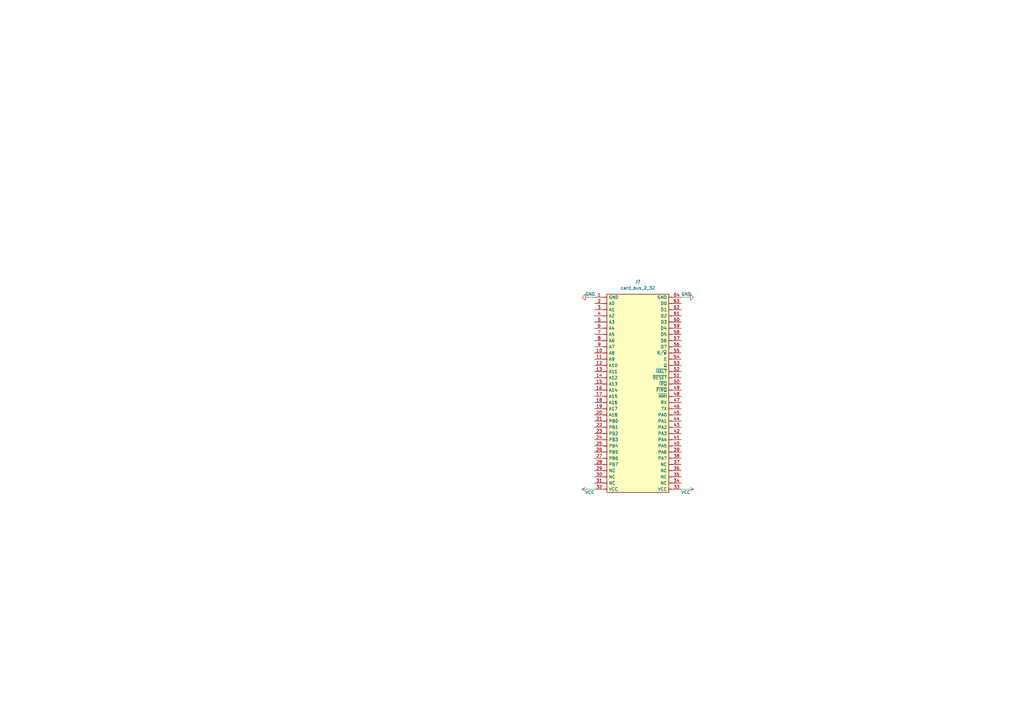
<source format=kicad_sch>
(kicad_sch (version 20211123) (generator eeschema)

  (uuid e5503ab0-a602-49e5-a708-7ddf37736707)

  (paper "A3")

  (lib_symbols
    (symbol "card_bus_2_32:card_bus_2_32" (pin_names (offset 2)) (in_bom yes) (on_board yes)
      (property "Reference" "J" (id 0) (at 1.27 40.64 0)
        (effects (font (size 1.27 1.27)))
      )
      (property "Value" "card_bus_2_32" (id 1) (at 20.32 -49.53 0)
        (effects (font (size 1.27 1.27)))
      )
      (property "Footprint" "card_bus_2_32:PinSocket_2x32_P2.54mm_Vertical" (id 2) (at 10.16 50.8 0)
        (effects (font (size 1.27 1.27)) hide)
      )
      (property "Datasheet" "~" (id 3) (at 0 0 0)
        (effects (font (size 1.27 1.27)) hide)
      )
      (property "ki_keywords" "connector" (id 4) (at 0 0 0)
        (effects (font (size 1.27 1.27)) hide)
      )
      (property "ki_description" "DIN41612 connector, double row (AB), 02x32, script generated (kicad-library-utils/schlib/autogen/connector/)" (id 5) (at 0 0 0)
        (effects (font (size 1.27 1.27)) hide)
      )
      (property "ki_fp_filters" "DIN41612*2x*" (id 6) (at 0 0 0)
        (effects (font (size 1.27 1.27)) hide)
      )
      (symbol "card_bus_2_32_1_1"
        (rectangle (start -1.27 -40.513) (end 0 -40.767)
          (stroke (width 0.1524) (type default) (color 0 0 0 0))
          (fill (type none))
        )
        (rectangle (start -1.27 -37.973) (end 0 -38.227)
          (stroke (width 0.1524) (type default) (color 0 0 0 0))
          (fill (type none))
        )
        (rectangle (start -1.27 -35.433) (end 0 -35.687)
          (stroke (width 0.1524) (type default) (color 0 0 0 0))
          (fill (type none))
        )
        (rectangle (start -1.27 -32.893) (end 0 -33.147)
          (stroke (width 0.1524) (type default) (color 0 0 0 0))
          (fill (type none))
        )
        (rectangle (start -1.27 -30.353) (end 0 -30.607)
          (stroke (width 0.1524) (type default) (color 0 0 0 0))
          (fill (type none))
        )
        (rectangle (start -1.27 -27.813) (end 0 -28.067)
          (stroke (width 0.1524) (type default) (color 0 0 0 0))
          (fill (type none))
        )
        (rectangle (start -1.27 -25.273) (end 0 -25.527)
          (stroke (width 0.1524) (type default) (color 0 0 0 0))
          (fill (type none))
        )
        (rectangle (start -1.27 -22.733) (end 0 -22.987)
          (stroke (width 0.1524) (type default) (color 0 0 0 0))
          (fill (type none))
        )
        (rectangle (start -1.27 -20.193) (end 0 -20.447)
          (stroke (width 0.1524) (type default) (color 0 0 0 0))
          (fill (type none))
        )
        (rectangle (start -1.27 -17.653) (end 0 -17.907)
          (stroke (width 0.1524) (type default) (color 0 0 0 0))
          (fill (type none))
        )
        (rectangle (start -1.27 -15.113) (end 0 -15.367)
          (stroke (width 0.1524) (type default) (color 0 0 0 0))
          (fill (type none))
        )
        (rectangle (start -1.27 -12.573) (end 0 -12.827)
          (stroke (width 0.1524) (type default) (color 0 0 0 0))
          (fill (type none))
        )
        (rectangle (start -1.27 -10.033) (end 0 -10.287)
          (stroke (width 0.1524) (type default) (color 0 0 0 0))
          (fill (type none))
        )
        (rectangle (start -1.27 -7.493) (end 0 -7.747)
          (stroke (width 0.1524) (type default) (color 0 0 0 0))
          (fill (type none))
        )
        (rectangle (start -1.27 -4.953) (end 0 -5.207)
          (stroke (width 0.1524) (type default) (color 0 0 0 0))
          (fill (type none))
        )
        (rectangle (start -1.27 -2.413) (end 0 -2.667)
          (stroke (width 0.1524) (type default) (color 0 0 0 0))
          (fill (type none))
        )
        (rectangle (start -1.27 0.127) (end 0 -0.127)
          (stroke (width 0.1524) (type default) (color 0 0 0 0))
          (fill (type none))
        )
        (rectangle (start -1.27 2.667) (end 0 2.413)
          (stroke (width 0.1524) (type default) (color 0 0 0 0))
          (fill (type none))
        )
        (rectangle (start -1.27 5.207) (end 0 4.953)
          (stroke (width 0.1524) (type default) (color 0 0 0 0))
          (fill (type none))
        )
        (rectangle (start -1.27 7.747) (end 0 7.493)
          (stroke (width 0.1524) (type default) (color 0 0 0 0))
          (fill (type none))
        )
        (rectangle (start -1.27 10.287) (end 0 10.033)
          (stroke (width 0.1524) (type default) (color 0 0 0 0))
          (fill (type none))
        )
        (rectangle (start -1.27 12.827) (end 0 12.573)
          (stroke (width 0.1524) (type default) (color 0 0 0 0))
          (fill (type none))
        )
        (rectangle (start -1.27 15.367) (end 0 15.113)
          (stroke (width 0.1524) (type default) (color 0 0 0 0))
          (fill (type none))
        )
        (rectangle (start -1.27 17.907) (end 0 17.653)
          (stroke (width 0.1524) (type default) (color 0 0 0 0))
          (fill (type none))
        )
        (rectangle (start -1.27 20.447) (end 0 20.193)
          (stroke (width 0.1524) (type default) (color 0 0 0 0))
          (fill (type none))
        )
        (rectangle (start -1.27 22.987) (end 0 22.733)
          (stroke (width 0.1524) (type default) (color 0 0 0 0))
          (fill (type none))
        )
        (rectangle (start -1.27 25.527) (end 0 25.273)
          (stroke (width 0.1524) (type default) (color 0 0 0 0))
          (fill (type none))
        )
        (rectangle (start -1.27 28.067) (end 0 27.813)
          (stroke (width 0.1524) (type default) (color 0 0 0 0))
          (fill (type none))
        )
        (rectangle (start -1.27 30.607) (end 0 30.353)
          (stroke (width 0.1524) (type default) (color 0 0 0 0))
          (fill (type none))
        )
        (rectangle (start -1.27 33.147) (end 0 32.893)
          (stroke (width 0.1524) (type default) (color 0 0 0 0))
          (fill (type none))
        )
        (rectangle (start -1.27 35.687) (end 0 35.433)
          (stroke (width 0.1524) (type default) (color 0 0 0 0))
          (fill (type none))
        )
        (rectangle (start -1.27 38.227) (end 0 37.973)
          (stroke (width 0.1524) (type default) (color 0 0 0 0))
          (fill (type none))
        )
        (rectangle (start 0 39.37) (end 25.4 -41.91)
          (stroke (width 0.254) (type default) (color 0 0 0 0))
          (fill (type background))
        )
        (rectangle (start 25.4 -40.513) (end 26.67 -40.767)
          (stroke (width 0.1524) (type default) (color 0 0 0 0))
          (fill (type none))
        )
        (rectangle (start 25.4 -37.973) (end 26.67 -38.227)
          (stroke (width 0.1524) (type default) (color 0 0 0 0))
          (fill (type none))
        )
        (rectangle (start 25.4 -35.433) (end 26.67 -35.687)
          (stroke (width 0.1524) (type default) (color 0 0 0 0))
          (fill (type none))
        )
        (rectangle (start 25.4 -32.893) (end 26.67 -33.147)
          (stroke (width 0.1524) (type default) (color 0 0 0 0))
          (fill (type none))
        )
        (rectangle (start 25.4 -30.353) (end 26.67 -30.607)
          (stroke (width 0.1524) (type default) (color 0 0 0 0))
          (fill (type none))
        )
        (rectangle (start 25.4 -27.813) (end 26.67 -28.067)
          (stroke (width 0.1524) (type default) (color 0 0 0 0))
          (fill (type none))
        )
        (rectangle (start 25.4 -25.273) (end 26.67 -25.527)
          (stroke (width 0.1524) (type default) (color 0 0 0 0))
          (fill (type none))
        )
        (rectangle (start 25.4 -22.733) (end 26.67 -22.987)
          (stroke (width 0.1524) (type default) (color 0 0 0 0))
          (fill (type none))
        )
        (rectangle (start 25.4 -20.193) (end 26.67 -20.447)
          (stroke (width 0.1524) (type default) (color 0 0 0 0))
          (fill (type none))
        )
        (rectangle (start 25.4 -17.653) (end 26.67 -17.907)
          (stroke (width 0.1524) (type default) (color 0 0 0 0))
          (fill (type none))
        )
        (rectangle (start 25.4 -15.113) (end 26.67 -15.367)
          (stroke (width 0.1524) (type default) (color 0 0 0 0))
          (fill (type none))
        )
        (rectangle (start 25.4 -12.573) (end 26.67 -12.827)
          (stroke (width 0.1524) (type default) (color 0 0 0 0))
          (fill (type none))
        )
        (rectangle (start 25.4 -10.033) (end 26.67 -10.287)
          (stroke (width 0.1524) (type default) (color 0 0 0 0))
          (fill (type none))
        )
        (rectangle (start 25.4 -7.493) (end 26.67 -7.747)
          (stroke (width 0.1524) (type default) (color 0 0 0 0))
          (fill (type none))
        )
        (rectangle (start 25.4 -4.953) (end 26.67 -5.207)
          (stroke (width 0.1524) (type default) (color 0 0 0 0))
          (fill (type none))
        )
        (rectangle (start 25.4 -2.413) (end 26.67 -2.667)
          (stroke (width 0.1524) (type default) (color 0 0 0 0))
          (fill (type none))
        )
        (rectangle (start 25.4 0.127) (end 26.67 -0.127)
          (stroke (width 0.1524) (type default) (color 0 0 0 0))
          (fill (type none))
        )
        (rectangle (start 25.4 2.667) (end 26.67 2.413)
          (stroke (width 0.1524) (type default) (color 0 0 0 0))
          (fill (type none))
        )
        (rectangle (start 25.4 5.207) (end 26.67 4.953)
          (stroke (width 0.1524) (type default) (color 0 0 0 0))
          (fill (type none))
        )
        (rectangle (start 25.4 7.747) (end 26.67 7.493)
          (stroke (width 0.1524) (type default) (color 0 0 0 0))
          (fill (type none))
        )
        (rectangle (start 25.4 10.287) (end 26.67 10.033)
          (stroke (width 0.1524) (type default) (color 0 0 0 0))
          (fill (type none))
        )
        (rectangle (start 25.4 12.827) (end 26.67 12.573)
          (stroke (width 0.1524) (type default) (color 0 0 0 0))
          (fill (type none))
        )
        (rectangle (start 25.4 15.367) (end 26.67 15.113)
          (stroke (width 0.1524) (type default) (color 0 0 0 0))
          (fill (type none))
        )
        (rectangle (start 25.4 17.907) (end 26.67 17.653)
          (stroke (width 0.1524) (type default) (color 0 0 0 0))
          (fill (type none))
        )
        (rectangle (start 25.4 20.447) (end 26.67 20.193)
          (stroke (width 0.1524) (type default) (color 0 0 0 0))
          (fill (type none))
        )
        (rectangle (start 25.4 22.987) (end 26.67 22.733)
          (stroke (width 0.1524) (type default) (color 0 0 0 0))
          (fill (type none))
        )
        (rectangle (start 25.4 25.527) (end 26.67 25.273)
          (stroke (width 0.1524) (type default) (color 0 0 0 0))
          (fill (type none))
        )
        (rectangle (start 25.4 28.067) (end 26.67 27.813)
          (stroke (width 0.1524) (type default) (color 0 0 0 0))
          (fill (type none))
        )
        (rectangle (start 25.4 30.607) (end 26.67 30.353)
          (stroke (width 0.1524) (type default) (color 0 0 0 0))
          (fill (type none))
        )
        (rectangle (start 25.4 33.147) (end 26.67 32.893)
          (stroke (width 0.1524) (type default) (color 0 0 0 0))
          (fill (type none))
        )
        (rectangle (start 25.4 35.687) (end 26.67 35.433)
          (stroke (width 0.1524) (type default) (color 0 0 0 0))
          (fill (type none))
        )
        (rectangle (start 25.4 38.227) (end 26.67 37.973)
          (stroke (width 0.1524) (type default) (color 0 0 0 0))
          (fill (type none))
        )
        (pin power_in line (at -5.08 38.1 0) (length 3.81)
          (name "GND" (effects (font (size 1.27 1.27))))
          (number "1" (effects (font (size 1.27 1.27))))
        )
        (pin output line (at -5.08 15.24 0) (length 3.81)
          (name "A8" (effects (font (size 1.27 1.27))))
          (number "10" (effects (font (size 1.27 1.27))))
        )
        (pin output line (at -5.08 12.7 0) (length 3.81)
          (name "A9" (effects (font (size 1.27 1.27))))
          (number "11" (effects (font (size 1.27 1.27))))
        )
        (pin output line (at -5.08 10.16 0) (length 3.81)
          (name "A10" (effects (font (size 1.27 1.27))))
          (number "12" (effects (font (size 1.27 1.27))))
        )
        (pin output line (at -5.08 7.62 0) (length 3.81)
          (name "A11" (effects (font (size 1.27 1.27))))
          (number "13" (effects (font (size 1.27 1.27))))
        )
        (pin output line (at -5.08 5.08 0) (length 3.81)
          (name "A12" (effects (font (size 1.27 1.27))))
          (number "14" (effects (font (size 1.27 1.27))))
        )
        (pin output line (at -5.08 2.54 0) (length 3.81)
          (name "A13" (effects (font (size 1.27 1.27))))
          (number "15" (effects (font (size 1.27 1.27))))
        )
        (pin output line (at -5.08 0 0) (length 3.81)
          (name "A14" (effects (font (size 1.27 1.27))))
          (number "16" (effects (font (size 1.27 1.27))))
        )
        (pin output line (at -5.08 -2.54 0) (length 3.81)
          (name "A15" (effects (font (size 1.27 1.27))))
          (number "17" (effects (font (size 1.27 1.27))))
        )
        (pin output line (at -5.08 -5.08 0) (length 3.81)
          (name "A16" (effects (font (size 1.27 1.27))))
          (number "18" (effects (font (size 1.27 1.27))))
        )
        (pin output line (at -5.08 -7.62 0) (length 3.81)
          (name "A17" (effects (font (size 1.27 1.27))))
          (number "19" (effects (font (size 1.27 1.27))))
        )
        (pin output line (at -5.08 35.56 0) (length 3.81)
          (name "A0" (effects (font (size 1.27 1.27))))
          (number "2" (effects (font (size 1.27 1.27))))
        )
        (pin output line (at -5.08 -10.16 0) (length 3.81)
          (name "A18" (effects (font (size 1.27 1.27))))
          (number "20" (effects (font (size 1.27 1.27))))
        )
        (pin bidirectional line (at -5.08 -12.7 0) (length 3.81)
          (name "PB0" (effects (font (size 1.27 1.27))))
          (number "21" (effects (font (size 1.27 1.27))))
        )
        (pin bidirectional line (at -5.08 -15.24 0) (length 3.81)
          (name "PB1" (effects (font (size 1.27 1.27))))
          (number "22" (effects (font (size 1.27 1.27))))
        )
        (pin bidirectional line (at -5.08 -17.78 0) (length 3.81)
          (name "PB2" (effects (font (size 1.27 1.27))))
          (number "23" (effects (font (size 1.27 1.27))))
        )
        (pin bidirectional line (at -5.08 -20.32 0) (length 3.81)
          (name "PB3" (effects (font (size 1.27 1.27))))
          (number "24" (effects (font (size 1.27 1.27))))
        )
        (pin bidirectional line (at -5.08 -22.86 0) (length 3.81)
          (name "PB4" (effects (font (size 1.27 1.27))))
          (number "25" (effects (font (size 1.27 1.27))))
        )
        (pin bidirectional line (at -5.08 -25.4 0) (length 3.81)
          (name "PB5" (effects (font (size 1.27 1.27))))
          (number "26" (effects (font (size 1.27 1.27))))
        )
        (pin bidirectional line (at -5.08 -27.94 0) (length 3.81)
          (name "PB6" (effects (font (size 1.27 1.27))))
          (number "27" (effects (font (size 1.27 1.27))))
        )
        (pin bidirectional line (at -5.08 -30.48 0) (length 3.81)
          (name "PB7" (effects (font (size 1.27 1.27))))
          (number "28" (effects (font (size 1.27 1.27))))
        )
        (pin unspecified line (at -5.08 -33.02 0) (length 3.81)
          (name "NC" (effects (font (size 1.27 1.27))))
          (number "29" (effects (font (size 1.27 1.27))))
        )
        (pin output line (at -5.08 33.02 0) (length 3.81)
          (name "A1" (effects (font (size 1.27 1.27))))
          (number "3" (effects (font (size 1.27 1.27))))
        )
        (pin unspecified line (at -5.08 -35.56 0) (length 3.81)
          (name "NC" (effects (font (size 1.27 1.27))))
          (number "30" (effects (font (size 1.27 1.27))))
        )
        (pin unspecified line (at -5.08 -38.1 0) (length 3.81)
          (name "NC" (effects (font (size 1.27 1.27))))
          (number "31" (effects (font (size 1.27 1.27))))
        )
        (pin power_in line (at -5.08 -40.64 0) (length 3.81)
          (name "VCC" (effects (font (size 1.27 1.27))))
          (number "32" (effects (font (size 1.27 1.27))))
        )
        (pin power_in line (at 30.48 -40.64 180) (length 3.81)
          (name "VCC" (effects (font (size 1.27 1.27))))
          (number "33" (effects (font (size 1.27 1.27))))
        )
        (pin unspecified line (at 30.48 -38.1 180) (length 3.81)
          (name "NC" (effects (font (size 1.27 1.27))))
          (number "34" (effects (font (size 1.27 1.27))))
        )
        (pin unspecified line (at 30.48 -35.56 180) (length 3.81)
          (name "NC" (effects (font (size 1.27 1.27))))
          (number "35" (effects (font (size 1.27 1.27))))
        )
        (pin unspecified line (at 30.48 -33.02 180) (length 3.81)
          (name "NC" (effects (font (size 1.27 1.27))))
          (number "36" (effects (font (size 1.27 1.27))))
        )
        (pin unspecified line (at 30.48 -30.48 180) (length 3.81)
          (name "NC" (effects (font (size 1.27 1.27))))
          (number "37" (effects (font (size 1.27 1.27))))
        )
        (pin bidirectional line (at 30.48 -27.94 180) (length 3.81)
          (name "PA7" (effects (font (size 1.27 1.27))))
          (number "38" (effects (font (size 1.27 1.27))))
        )
        (pin bidirectional line (at 30.48 -25.4 180) (length 3.81)
          (name "PA6" (effects (font (size 1.27 1.27))))
          (number "39" (effects (font (size 1.27 1.27))))
        )
        (pin output line (at -5.08 30.48 0) (length 3.81)
          (name "A2" (effects (font (size 1.27 1.27))))
          (number "4" (effects (font (size 1.27 1.27))))
        )
        (pin bidirectional line (at 30.48 -22.86 180) (length 3.81)
          (name "PA5" (effects (font (size 1.27 1.27))))
          (number "40" (effects (font (size 1.27 1.27))))
        )
        (pin bidirectional line (at 30.48 -20.32 180) (length 3.81)
          (name "PA4" (effects (font (size 1.27 1.27))))
          (number "41" (effects (font (size 1.27 1.27))))
        )
        (pin bidirectional line (at 30.48 -17.78 180) (length 3.81)
          (name "PA3" (effects (font (size 1.27 1.27))))
          (number "42" (effects (font (size 1.27 1.27))))
        )
        (pin bidirectional line (at 30.48 -15.24 180) (length 3.81)
          (name "PA2" (effects (font (size 1.27 1.27))))
          (number "43" (effects (font (size 1.27 1.27))))
        )
        (pin bidirectional line (at 30.48 -12.7 180) (length 3.81)
          (name "PA1" (effects (font (size 1.27 1.27))))
          (number "44" (effects (font (size 1.27 1.27))))
        )
        (pin bidirectional line (at 30.48 -10.16 180) (length 3.81)
          (name "PA0" (effects (font (size 1.27 1.27))))
          (number "45" (effects (font (size 1.27 1.27))))
        )
        (pin output line (at 30.48 -7.62 180) (length 3.81)
          (name "TX" (effects (font (size 1.27 1.27))))
          (number "46" (effects (font (size 1.27 1.27))))
        )
        (pin input line (at 30.48 -5.08 180) (length 3.81)
          (name "RX" (effects (font (size 1.27 1.27))))
          (number "47" (effects (font (size 1.27 1.27))))
        )
        (pin input line (at 30.48 -2.54 180) (length 3.81)
          (name "~{NMI}" (effects (font (size 1.27 1.27))))
          (number "48" (effects (font (size 1.27 1.27))))
        )
        (pin input line (at 30.48 0 180) (length 3.81)
          (name "~{FIRQ}" (effects (font (size 1.27 1.27))))
          (number "49" (effects (font (size 1.27 1.27))))
        )
        (pin output line (at -5.08 27.94 0) (length 3.81)
          (name "A3" (effects (font (size 1.27 1.27))))
          (number "5" (effects (font (size 1.27 1.27))))
        )
        (pin input line (at 30.48 2.54 180) (length 3.81)
          (name "~{IRQ}" (effects (font (size 1.27 1.27))))
          (number "50" (effects (font (size 1.27 1.27))))
        )
        (pin input line (at 30.48 5.08 180) (length 3.81)
          (name "~{RESET}" (effects (font (size 1.27 1.27))))
          (number "51" (effects (font (size 1.27 1.27))))
        )
        (pin input line (at 30.48 7.62 180) (length 3.81)
          (name "~{HALT}" (effects (font (size 1.27 1.27))))
          (number "52" (effects (font (size 1.27 1.27))))
        )
        (pin input line (at 30.48 10.16 180) (length 3.81)
          (name "Q" (effects (font (size 1.27 1.27))))
          (number "53" (effects (font (size 1.27 1.27))))
        )
        (pin input line (at 30.48 12.7 180) (length 3.81)
          (name "E" (effects (font (size 1.27 1.27))))
          (number "54" (effects (font (size 1.27 1.27))))
        )
        (pin output line (at 30.48 15.24 180) (length 3.81)
          (name "R/~{W}" (effects (font (size 1.27 1.27))))
          (number "55" (effects (font (size 1.27 1.27))))
        )
        (pin bidirectional line (at 30.48 17.78 180) (length 3.81)
          (name "D7" (effects (font (size 1.27 1.27))))
          (number "56" (effects (font (size 1.27 1.27))))
        )
        (pin bidirectional line (at 30.48 20.32 180) (length 3.81)
          (name "D6" (effects (font (size 1.27 1.27))))
          (number "57" (effects (font (size 1.27 1.27))))
        )
        (pin bidirectional line (at 30.48 22.86 180) (length 3.81)
          (name "D5" (effects (font (size 1.27 1.27))))
          (number "58" (effects (font (size 1.27 1.27))))
        )
        (pin bidirectional line (at 30.48 25.4 180) (length 3.81)
          (name "D4" (effects (font (size 1.27 1.27))))
          (number "59" (effects (font (size 1.27 1.27))))
        )
        (pin output line (at -5.08 25.4 0) (length 3.81)
          (name "A4" (effects (font (size 1.27 1.27))))
          (number "6" (effects (font (size 1.27 1.27))))
        )
        (pin bidirectional line (at 30.48 27.94 180) (length 3.81)
          (name "D3" (effects (font (size 1.27 1.27))))
          (number "60" (effects (font (size 1.27 1.27))))
        )
        (pin bidirectional line (at 30.48 30.48 180) (length 3.81)
          (name "D2" (effects (font (size 1.27 1.27))))
          (number "61" (effects (font (size 1.27 1.27))))
        )
        (pin bidirectional line (at 30.48 33.02 180) (length 3.81)
          (name "D1" (effects (font (size 1.27 1.27))))
          (number "62" (effects (font (size 1.27 1.27))))
        )
        (pin bidirectional line (at 30.48 35.56 180) (length 3.81)
          (name "D0" (effects (font (size 1.27 1.27))))
          (number "63" (effects (font (size 1.27 1.27))))
        )
        (pin power_in line (at 30.48 38.1 180) (length 3.81)
          (name "GND" (effects (font (size 1.27 1.27))))
          (number "64" (effects (font (size 1.27 1.27))))
        )
        (pin output line (at -5.08 22.86 0) (length 3.81)
          (name "A5" (effects (font (size 1.27 1.27))))
          (number "7" (effects (font (size 1.27 1.27))))
        )
        (pin output line (at -5.08 20.32 0) (length 3.81)
          (name "A6" (effects (font (size 1.27 1.27))))
          (number "8" (effects (font (size 1.27 1.27))))
        )
        (pin output line (at -5.08 17.78 0) (length 3.81)
          (name "A7" (effects (font (size 1.27 1.27))))
          (number "9" (effects (font (size 1.27 1.27))))
        )
      )
    )
    (symbol "power:GND" (power) (pin_names (offset 0)) (in_bom yes) (on_board yes)
      (property "Reference" "#PWR" (id 0) (at 0 -6.35 0)
        (effects (font (size 1.27 1.27)) hide)
      )
      (property "Value" "GND" (id 1) (at 0 -3.81 0)
        (effects (font (size 1.27 1.27)))
      )
      (property "Footprint" "" (id 2) (at 0 0 0)
        (effects (font (size 1.27 1.27)) hide)
      )
      (property "Datasheet" "" (id 3) (at 0 0 0)
        (effects (font (size 1.27 1.27)) hide)
      )
      (property "ki_keywords" "power-flag" (id 4) (at 0 0 0)
        (effects (font (size 1.27 1.27)) hide)
      )
      (property "ki_description" "Power symbol creates a global label with name \"GND\" , ground" (id 5) (at 0 0 0)
        (effects (font (size 1.27 1.27)) hide)
      )
      (symbol "GND_0_1"
        (polyline
          (pts
            (xy 0 0)
            (xy 0 -1.27)
            (xy 1.27 -1.27)
            (xy 0 -2.54)
            (xy -1.27 -1.27)
            (xy 0 -1.27)
          )
          (stroke (width 0) (type default) (color 0 0 0 0))
          (fill (type none))
        )
      )
      (symbol "GND_1_1"
        (pin power_in line (at 0 0 270) (length 0) hide
          (name "GND" (effects (font (size 1.27 1.27))))
          (number "1" (effects (font (size 1.27 1.27))))
        )
      )
    )
    (symbol "power:VCC" (power) (pin_names (offset 0)) (in_bom yes) (on_board yes)
      (property "Reference" "#PWR" (id 0) (at 0 -3.81 0)
        (effects (font (size 1.27 1.27)) hide)
      )
      (property "Value" "VCC" (id 1) (at 0 3.81 0)
        (effects (font (size 1.27 1.27)))
      )
      (property "Footprint" "" (id 2) (at 0 0 0)
        (effects (font (size 1.27 1.27)) hide)
      )
      (property "Datasheet" "" (id 3) (at 0 0 0)
        (effects (font (size 1.27 1.27)) hide)
      )
      (property "ki_keywords" "power-flag" (id 4) (at 0 0 0)
        (effects (font (size 1.27 1.27)) hide)
      )
      (property "ki_description" "Power symbol creates a global label with name \"VCC\"" (id 5) (at 0 0 0)
        (effects (font (size 1.27 1.27)) hide)
      )
      (symbol "VCC_0_1"
        (polyline
          (pts
            (xy -0.762 1.27)
            (xy 0 2.54)
          )
          (stroke (width 0) (type default) (color 0 0 0 0))
          (fill (type none))
        )
        (polyline
          (pts
            (xy 0 0)
            (xy 0 2.54)
          )
          (stroke (width 0) (type default) (color 0 0 0 0))
          (fill (type none))
        )
        (polyline
          (pts
            (xy 0 2.54)
            (xy 0.762 1.27)
          )
          (stroke (width 0) (type default) (color 0 0 0 0))
          (fill (type none))
        )
      )
      (symbol "VCC_1_1"
        (pin power_in line (at 0 0 90) (length 0) hide
          (name "VCC" (effects (font (size 1.27 1.27))))
          (number "1" (effects (font (size 1.27 1.27))))
        )
      )
    )
  )


  (wire (pts (xy 241.3 200.66) (xy 243.84 200.66))
    (stroke (width 0) (type default) (color 0 0 0 0))
    (uuid 51f19d3c-61cd-4e20-9698-ad50f2dc5493)
  )
  (wire (pts (xy 279.4 200.66) (xy 281.94 200.66))
    (stroke (width 0) (type default) (color 0 0 0 0))
    (uuid 543b5138-82ef-4afa-a75c-7ce5cbca16ee)
  )
  (wire (pts (xy 279.4 121.92) (xy 281.94 121.92))
    (stroke (width 0) (type default) (color 0 0 0 0))
    (uuid 56ed4ce2-61c5-4d7a-98b0-d3f94d80f98b)
  )
  (wire (pts (xy 241.3 121.92) (xy 243.84 121.92))
    (stroke (width 0) (type default) (color 0 0 0 0))
    (uuid 67f674aa-d797-4c45-adf3-fbeddc859b5d)
  )

  (symbol (lib_id "card_bus_2_32:card_bus_2_32") (at 248.92 160.02 0) (unit 1)
    (in_bom yes) (on_board yes) (fields_autoplaced)
    (uuid 4ffd1601-d794-426b-8ae9-b7e96989c8d3)
    (property "Reference" "J?" (id 0) (at 261.62 115.57 0))
    (property "Value" "card_bus_2_32" (id 1) (at 261.62 118.11 0))
    (property "Footprint" "card_bus_2_32:PinSocket_2x32_P2.54mm_Vertical" (id 2) (at 259.08 109.22 0)
      (effects (font (size 1.27 1.27)) hide)
    )
    (property "Datasheet" "~" (id 3) (at 248.92 160.02 0)
      (effects (font (size 1.27 1.27)) hide)
    )
    (pin "1" (uuid 708209f5-56e9-4701-ab44-954708892acd))
    (pin "10" (uuid 3b813f9a-7609-4eec-a78b-e84d282cbf7b))
    (pin "11" (uuid 6fce0f68-c589-48f3-9932-67bd5acf5788))
    (pin "12" (uuid 196e3aa6-ac01-429c-8176-a9c0a712e56a))
    (pin "13" (uuid 3a257c2d-720d-4ceb-9fe8-6f0d8a7312b7))
    (pin "14" (uuid 5397691c-1cc8-4dd7-8583-09ad97ac3a9b))
    (pin "15" (uuid 1ee3736e-d8e4-4531-bd9f-99da557809c1))
    (pin "16" (uuid 6bc219cf-8111-432a-9125-9911cb698269))
    (pin "17" (uuid 71f4263d-0137-4b51-8f78-732e3947d0b1))
    (pin "18" (uuid d913f2bb-ee54-48a3-ad5c-9d98fb1fce04))
    (pin "19" (uuid 08aa542a-1c29-4b96-ae34-da9cdba16437))
    (pin "2" (uuid 0dddbb50-d8bb-4235-be0d-3c2124eb486c))
    (pin "20" (uuid 25f7ee22-4978-4ff1-9719-9ef9b09da804))
    (pin "21" (uuid 202c562f-1430-45ee-91fd-368c1dd4acdd))
    (pin "22" (uuid 252bab62-4e50-4736-9183-720df55fddf1))
    (pin "23" (uuid 24b03aed-5752-417c-89f1-6b09898dd4e6))
    (pin "24" (uuid 4b558559-02b8-470b-af06-ac398a588335))
    (pin "25" (uuid bdeaf9dd-9c85-4bf4-bb85-4ef398aa7bba))
    (pin "26" (uuid 5f4676a1-817c-4f65-add1-576f4b35bdbf))
    (pin "27" (uuid 9e147d24-70c4-4e59-9cf9-60cf2cfe54a0))
    (pin "28" (uuid 4909fb83-ac0a-46d8-8773-0a9353d9d752))
    (pin "29" (uuid d2f02d02-62f7-4dc8-8f7f-938c195ff74a))
    (pin "3" (uuid a6b38ac5-9573-4be2-b16c-8bd36574d2a9))
    (pin "30" (uuid fea64929-7888-4ff2-b46d-37a62b3ca322))
    (pin "31" (uuid efecf6b0-915e-45a2-8c5e-44dad1058507))
    (pin "32" (uuid bd63ac3e-a4f3-4dce-a184-4acad0c3b32f))
    (pin "33" (uuid 1699fe75-2c61-43dc-87f0-0764b1521c11))
    (pin "34" (uuid 9919a013-4df2-4f23-85aa-46ab54f04a5f))
    (pin "35" (uuid 14f98f7f-912f-423c-b914-147372d69ded))
    (pin "36" (uuid f43c7ef6-e6a7-4f17-8d6d-58a6bccb7b4b))
    (pin "37" (uuid d3759824-20c2-4d53-a0e9-370fe01aa02c))
    (pin "38" (uuid 2474f9ce-5a0f-4912-9d94-93a2b1fc72a4))
    (pin "39" (uuid 292fc827-5307-4e5f-88ce-6652995c1a1a))
    (pin "4" (uuid 5b8d773d-8946-4e12-961c-aa5c3d6ff3d6))
    (pin "40" (uuid f3c57286-017b-430b-8cce-e3857a56137e))
    (pin "41" (uuid 46bc7dc8-1147-456c-beb5-7e20cf09e4a3))
    (pin "42" (uuid 4e732b4c-a30d-4f55-b0f0-b7e0c13e4f50))
    (pin "43" (uuid be549362-20f7-4a54-bfc9-077e10327f12))
    (pin "44" (uuid b384af8f-ea32-4653-a423-4b27b0ca5dbf))
    (pin "45" (uuid c860ce67-bfce-43ff-b5f5-17408263cb09))
    (pin "46" (uuid fc1999af-111a-4d34-b39e-3da5adae985a))
    (pin "47" (uuid ca45f6ec-6f60-4e57-907c-da930b714009))
    (pin "48" (uuid 210563af-c371-4ece-86da-15a1f165a9df))
    (pin "49" (uuid 044d4d85-e687-4c18-af3e-b0f64e4212e0))
    (pin "5" (uuid 8dea3aa3-6a0b-401a-b1e2-50b905105961))
    (pin "50" (uuid 5bcf8741-8624-46fd-9392-01611eb71a90))
    (pin "51" (uuid 7cb1339f-0343-48e9-ac7d-eb441755ba98))
    (pin "52" (uuid 1637e119-4204-4ae6-8079-adb6b3bc4f27))
    (pin "53" (uuid 6b42d822-e917-4610-a97b-4ffb7e0796e4))
    (pin "54" (uuid bf854c7e-85df-4bc5-b223-4f18dc0ed29e))
    (pin "55" (uuid 6ac70b0a-4e78-4109-bec4-1d976eed5767))
    (pin "56" (uuid cd08159b-016b-4f55-b60e-fe5769b66fb9))
    (pin "57" (uuid 8b9848ab-58a4-41c0-9503-ed7c1659a764))
    (pin "58" (uuid c8346d1b-31ef-4a8d-9907-76b9488ff45a))
    (pin "59" (uuid 0bf4133c-ffe1-4adb-ac42-41e11de69a56))
    (pin "6" (uuid 5e864b52-5987-45d1-b6da-1651c64a86f7))
    (pin "60" (uuid dec3bc25-8f0d-44df-9f4e-c8ed803eefd3))
    (pin "61" (uuid 5ca4b9a1-b53f-49e7-9cf4-7aaa8ccf002c))
    (pin "62" (uuid 567cec5b-f69f-4e91-a52c-2723095af44e))
    (pin "63" (uuid 9cf6ef72-de20-4df6-8650-b06a705857bd))
    (pin "64" (uuid 7f68bffc-6ebb-4e4c-8dc9-db2acbb6f707))
    (pin "7" (uuid 9958f886-d3a7-4e5c-964c-c23f884f4c01))
    (pin "8" (uuid a1ddeae9-9893-4e6e-8da5-783de595c25e))
    (pin "9" (uuid 230655b3-1912-4b42-a31d-901bb645eecb))
  )

  (symbol (lib_id "power:VCC") (at 241.3 200.66 90) (unit 1)
    (in_bom yes) (on_board yes)
    (uuid 7a072d61-fc63-4f09-9648-2740e29f99c8)
    (property "Reference" "#PWR?" (id 0) (at 245.11 200.66 0)
      (effects (font (size 1.27 1.27)) hide)
    )
    (property "Value" "VCC" (id 1) (at 240.03 201.93 90)
      (effects (font (size 1.27 1.27)) (justify right))
    )
    (property "Footprint" "" (id 2) (at 241.3 200.66 0)
      (effects (font (size 1.27 1.27)) hide)
    )
    (property "Datasheet" "" (id 3) (at 241.3 200.66 0)
      (effects (font (size 1.27 1.27)) hide)
    )
    (pin "1" (uuid 3f309e86-27e4-4fa3-8b7e-282adf3d2e0a))
  )

  (symbol (lib_id "power:GND") (at 241.3 121.92 270) (unit 1)
    (in_bom yes) (on_board yes)
    (uuid 9bec8723-93d0-4fb1-8028-ec2ac535893b)
    (property "Reference" "#PWR?" (id 0) (at 234.95 121.92 0)
      (effects (font (size 1.27 1.27)) hide)
    )
    (property "Value" "GND" (id 1) (at 240.03 120.65 90)
      (effects (font (size 1.27 1.27)) (justify left))
    )
    (property "Footprint" "" (id 2) (at 241.3 121.92 0)
      (effects (font (size 1.27 1.27)) hide)
    )
    (property "Datasheet" "" (id 3) (at 241.3 121.92 0)
      (effects (font (size 1.27 1.27)) hide)
    )
    (pin "1" (uuid f8f4365c-3947-4368-8faf-a14de5f3986c))
  )

  (symbol (lib_id "power:GND") (at 281.94 121.92 90) (unit 1)
    (in_bom yes) (on_board yes)
    (uuid a3dd3ee8-7266-4af4-8384-72e6abc169bc)
    (property "Reference" "#PWR?" (id 0) (at 288.29 121.92 0)
      (effects (font (size 1.27 1.27)) hide)
    )
    (property "Value" "GND" (id 1) (at 279.4 120.65 90)
      (effects (font (size 1.27 1.27)) (justify right))
    )
    (property "Footprint" "" (id 2) (at 281.94 121.92 0)
      (effects (font (size 1.27 1.27)) hide)
    )
    (property "Datasheet" "" (id 3) (at 281.94 121.92 0)
      (effects (font (size 1.27 1.27)) hide)
    )
    (pin "1" (uuid da21f3d8-f08f-4c2d-a218-5f9ac83636e8))
  )

  (symbol (lib_id "power:VCC") (at 281.94 200.66 270) (unit 1)
    (in_bom yes) (on_board yes)
    (uuid b8c4e15f-9fb5-4d20-9e28-d6e7b2e59edd)
    (property "Reference" "#PWR?" (id 0) (at 278.13 200.66 0)
      (effects (font (size 1.27 1.27)) hide)
    )
    (property "Value" "VCC" (id 1) (at 283.21 201.93 90)
      (effects (font (size 1.27 1.27)) (justify right))
    )
    (property "Footprint" "" (id 2) (at 281.94 200.66 0)
      (effects (font (size 1.27 1.27)) hide)
    )
    (property "Datasheet" "" (id 3) (at 281.94 200.66 0)
      (effects (font (size 1.27 1.27)) hide)
    )
    (pin "1" (uuid 059b8040-b7c1-4e8f-a491-19dbeaf1736f))
  )

  (sheet_instances
    (path "/" (page "1"))
  )

  (symbol_instances
    (path "/7a072d61-fc63-4f09-9648-2740e29f99c8"
      (reference "#PWR?") (unit 1) (value "VCC") (footprint "")
    )
    (path "/9bec8723-93d0-4fb1-8028-ec2ac535893b"
      (reference "#PWR?") (unit 1) (value "GND") (footprint "")
    )
    (path "/a3dd3ee8-7266-4af4-8384-72e6abc169bc"
      (reference "#PWR?") (unit 1) (value "GND") (footprint "")
    )
    (path "/b8c4e15f-9fb5-4d20-9e28-d6e7b2e59edd"
      (reference "#PWR?") (unit 1) (value "VCC") (footprint "")
    )
    (path "/4ffd1601-d794-426b-8ae9-b7e96989c8d3"
      (reference "J?") (unit 1) (value "card_bus_2_32") (footprint "card_bus_2_32:PinSocket_2x32_P2.54mm_Vertical")
    )
  )
)

</source>
